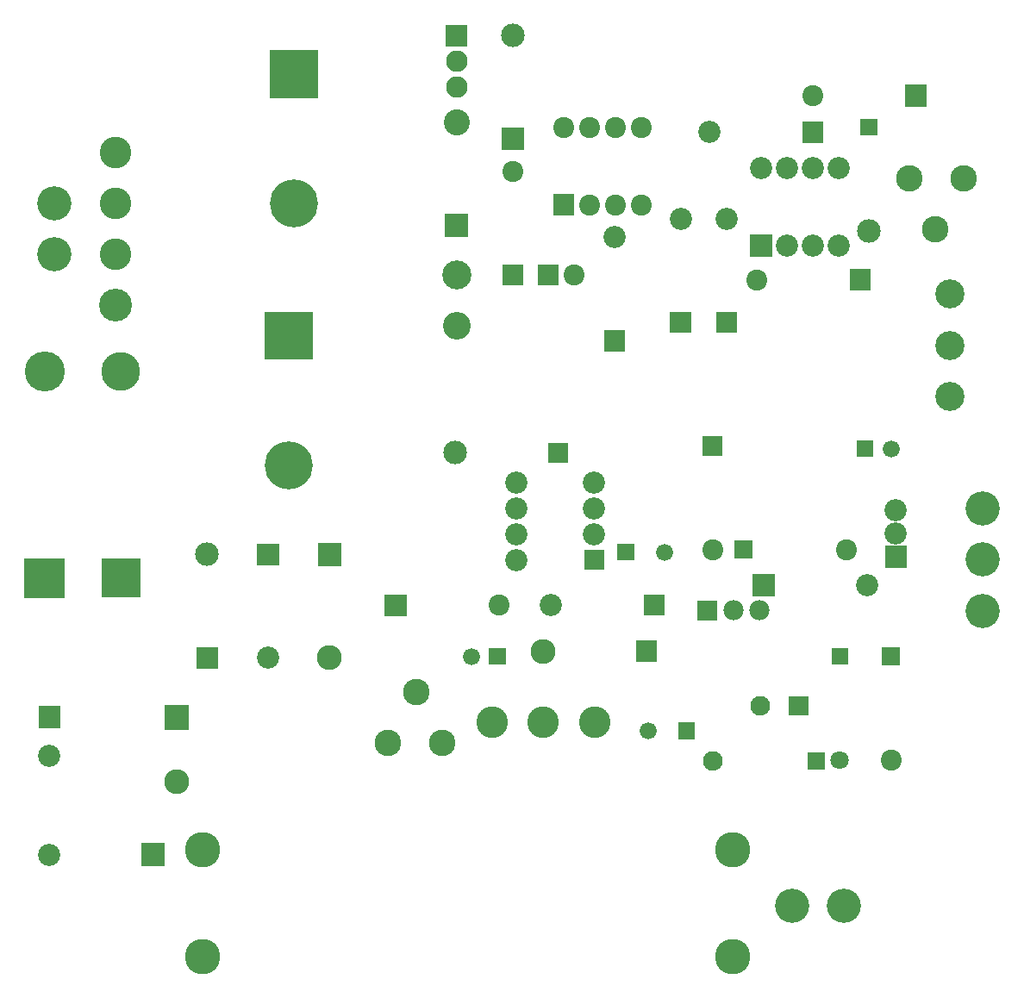
<source format=gbr>
G04 start of page 6 for group -4062 idx -4062 *
G04 Title: silk, soldermask *
G04 Creator: pcb 20140316 *
G04 CreationDate: Tue 08 Nov 2016 03:24:31 PM GMT UTC *
G04 For: aleksandar *
G04 Format: Gerber/RS-274X *
G04 PCB-Dimensions (mil): 3937.01 3937.01 *
G04 PCB-Coordinate-Origin: lower left *
%MOIN*%
%FSLAX25Y25*%
%LNBOTTOMMASK*%
%ADD132C,0.1070*%
%ADD131C,0.1270*%
%ADD130C,0.1010*%
%ADD129C,0.0830*%
%ADD128C,0.1220*%
%ADD127C,0.0780*%
%ADD126C,0.1120*%
%ADD125C,0.0660*%
%ADD124C,0.0710*%
%ADD123C,0.0810*%
%ADD122C,0.0760*%
%ADD121C,0.1320*%
%ADD120C,0.1370*%
%ADD119C,0.1500*%
%ADD118C,0.1026*%
%ADD117C,0.0960*%
%ADD116C,0.0910*%
%ADD115C,0.1860*%
%ADD114C,0.0860*%
%ADD113C,0.1550*%
%ADD112C,0.0001*%
G54D112*G36*
X6026Y175819D02*Y160319D01*
X21526D01*
Y175819D01*
X6026D01*
G37*
G54D113*X13776Y248069D03*
G54D112*G36*
X11444Y118545D02*Y109945D01*
X20044D01*
Y118545D01*
X11444D01*
G37*
G54D114*X15744Y99245D03*
G54D112*G36*
X51194Y65659D02*Y56559D01*
X60294D01*
Y65659D01*
X51194D01*
G37*
G54D114*X15744Y61109D03*
G54D115*X108240Y211845D03*
G54D112*G36*
X72452Y141521D02*Y132921D01*
X81052D01*
Y141521D01*
X72452D01*
G37*
G54D116*X76752Y177221D03*
G54D112*G36*
X96068Y181521D02*Y172921D01*
X104668D01*
Y181521D01*
X96068D01*
G37*
G54D114*X100368Y137221D03*
G54D112*G36*
X119434Y181771D02*Y172671D01*
X128534D01*
Y181771D01*
X119434D01*
G37*
G54D117*X123984Y137221D03*
G54D112*G36*
X145268Y161841D02*Y153241D01*
X153868D01*
Y161841D01*
X145268D01*
G37*
G54D118*X157440Y124085D03*
X146440Y104321D03*
G54D112*G36*
X60144Y119045D02*Y109445D01*
X69744D01*
Y119045D01*
X60144D01*
G37*
G36*
X35796Y175569D02*Y160569D01*
X50796D01*
Y175569D01*
X35796D01*
G37*
G54D119*X43296Y248069D03*
G54D117*X64944Y89245D03*
G54D120*X74784Y21749D03*
Y63077D03*
X279784Y21749D03*
G54D121*X303072Y41429D03*
X322758D03*
G54D122*X290476Y118717D03*
G54D112*G36*
X308948Y100801D02*Y94201D01*
X315548D01*
Y100801D01*
X308948D01*
G37*
G54D122*X272248Y97501D03*
G54D120*X279784Y63077D03*
G54D112*G36*
X258800Y112401D02*Y105801D01*
X265400D01*
Y112401D01*
X258800D01*
G37*
G36*
X338772Y180553D02*Y171953D01*
X347372D01*
Y180553D01*
X338772D01*
G37*
G54D114*X343072Y185253D03*
Y194253D03*
G54D121*X376528Y194939D03*
Y155253D03*
Y175253D03*
G54D123*X324032Y179189D03*
G54D112*G36*
X318124Y141161D02*Y134561D01*
X324724D01*
Y141161D01*
X318124D01*
G37*
G54D124*X321424Y97861D03*
G54D112*G36*
X301676Y122517D02*Y114917D01*
X309276D01*
Y122517D01*
X301676D01*
G37*
G36*
X327800Y221501D02*Y214901D01*
X334400D01*
Y221501D01*
X327800D01*
G37*
G54D125*X341100Y218201D03*
G54D126*X364080Y238229D03*
G54D114*X331904Y165413D03*
G54D112*G36*
X337554Y141411D02*Y134311D01*
X344654D01*
Y141411D01*
X337554D01*
G37*
G54D123*X341104Y97861D03*
G54D112*G36*
X245590Y161791D02*Y153691D01*
X253690D01*
Y161791D01*
X245590D01*
G37*
G36*
X280482Y182739D02*Y175639D01*
X287582D01*
Y182739D01*
X280482D01*
G37*
G54D123*X272224Y179189D03*
G54D112*G36*
X287604Y169713D02*Y161113D01*
X296204D01*
Y169713D01*
X287604D01*
G37*
G54D125*X253700Y178201D03*
G54D114*X209640Y157741D03*
G54D112*G36*
X222520Y178893D02*Y171293D01*
X230120D01*
Y178893D01*
X222520D01*
G37*
G54D114*X226320Y185093D03*
Y195093D03*
Y205093D03*
G54D112*G36*
X208744Y220381D02*Y212781D01*
X216344D01*
Y220381D01*
X208744D01*
G37*
G54D114*X196320Y205093D03*
Y195093D03*
Y185093D03*
Y175093D03*
G54D116*X172544Y216581D03*
G54D112*G36*
X268424Y222989D02*Y215389D01*
X276024D01*
Y222989D01*
X268424D01*
G37*
G36*
X266196Y159473D02*Y151673D01*
X273996D01*
Y159473D01*
X266196D01*
G37*
G54D127*X280096Y155573D03*
X290096D03*
G54D112*G36*
X235400Y181501D02*Y174901D01*
X242000D01*
Y181501D01*
X235400D01*
G37*
G54D123*X189568Y157541D03*
G54D112*G36*
X185628Y141161D02*Y134561D01*
X192228D01*
Y141161D01*
X185628D01*
G37*
G54D125*X178928Y137861D03*
G54D118*X167440Y104321D03*
G54D128*X186954Y112277D03*
X226640D03*
X206640D03*
G54D125*X247100Y109101D03*
G54D112*G36*
X242590Y143879D02*Y135779D01*
X250690D01*
Y143879D01*
X242590D01*
G37*
G54D117*X206640Y139829D03*
G54D112*G36*
X169034Y382107D02*Y373807D01*
X177334D01*
Y382107D01*
X169034D01*
G37*
G54D116*X194832Y377957D03*
G54D129*X173184Y367957D03*
Y357957D03*
G54D130*Y344501D03*
G54D112*G36*
X190532Y342257D02*Y333657D01*
X199132D01*
Y342257D01*
X190532D01*
G37*
G54D123*X194832Y325461D03*
G54D128*X41328Y293327D03*
G54D131*Y273642D03*
G54D128*Y332698D03*
Y313013D03*
G54D121*X17712Y293327D03*
Y313013D03*
G54D112*G36*
X98940Y271145D02*Y252545D01*
X117540D01*
Y271145D01*
X98940D01*
G37*
G36*
X100908Y372313D02*Y353713D01*
X119508D01*
Y372313D01*
X100908D01*
G37*
G54D115*X110208Y313013D03*
G54D132*X173184Y265775D03*
G54D126*Y285461D03*
G54D112*G36*
X190782Y289511D02*Y281411D01*
X198882D01*
Y289511D01*
X190782D01*
G37*
G36*
X230142Y263927D02*Y255827D01*
X238242D01*
Y263927D01*
X230142D01*
G37*
G54D114*X234192Y299877D03*
G54D112*G36*
X204558Y289511D02*Y281411D01*
X212658D01*
Y289511D01*
X204558D01*
G37*
G54D123*X218608Y285461D03*
G54D112*G36*
X346476Y358941D02*Y350341D01*
X355076D01*
Y358941D01*
X346476D01*
G37*
G54D123*X310776Y354641D03*
G54D114*X320944Y326789D03*
X310944D03*
X300944D03*
X290944D03*
G54D112*G36*
X306894Y344615D02*Y336515D01*
X314994D01*
Y344615D01*
X306894D01*
G37*
G36*
X329292Y345833D02*Y339233D01*
X335892D01*
Y345833D01*
X329292D01*
G37*
G54D118*X348336Y322853D03*
X369336D03*
G54D112*G36*
X168634Y309051D02*Y299951D01*
X177734D01*
Y309051D01*
X168634D01*
G37*
G36*
X210462Y316583D02*Y308483D01*
X218562D01*
Y316583D01*
X210462D01*
G37*
G54D123*X214512Y342533D03*
X224512Y312533D03*
Y342533D03*
X244512D03*
X234512D03*
G54D114*X270944Y340565D03*
G54D123*X234512Y312533D03*
X244512D03*
G54D112*G36*
X255726Y271159D02*Y263059D01*
X263826D01*
Y271159D01*
X255726D01*
G37*
G54D114*X259776Y307109D03*
G54D112*G36*
X273438Y271159D02*Y263059D01*
X281538D01*
Y271159D01*
X273438D01*
G37*
G36*
X325246Y287543D02*Y279443D01*
X333346D01*
Y287543D01*
X325246D01*
G37*
G54D123*X289296Y283493D03*
G54D126*X364080Y277915D03*
Y257915D03*
G54D112*G36*
X286644Y301089D02*Y292489D01*
X295244D01*
Y301089D01*
X286644D01*
G37*
G54D114*X300944Y296789D03*
X310944D03*
X320944D03*
X277488Y307109D03*
G54D116*X332592Y302533D03*
G54D118*X358336Y303089D03*
M02*

</source>
